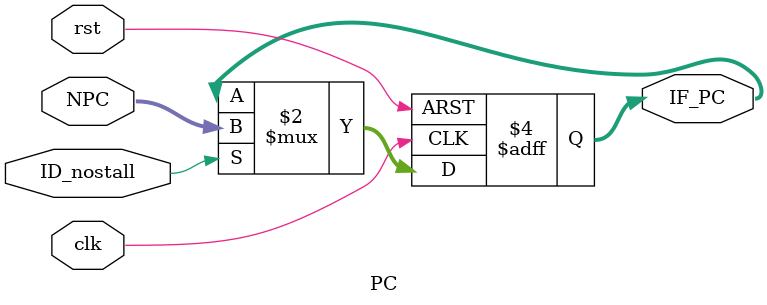
<source format=v>
module PC( clk, rst, NPC, IF_PC ,ID_nostall);

  input              clk;
  input              rst,ID_nostall;
  input       [31:0] NPC;
  output reg  [31:0] IF_PC;

  always @(posedge clk, posedge rst)
    if (rst) 
      IF_PC <= 32'h0000_0000;
//      PC <= 32'h0000_3000;
    else if(ID_nostall)
      IF_PC <= NPC;
      
endmodule


</source>
